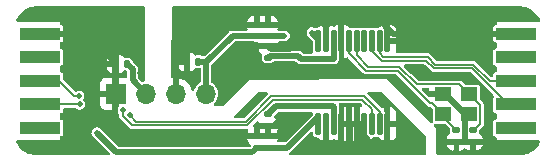
<source format=gbr>
%TF.GenerationSoftware,KiCad,Pcbnew,7.0.9*%
%TF.CreationDate,2024-06-23T02:13:20+02:00*%
%TF.ProjectId,board,626f6172-642e-46b6-9963-61645f706362,rev?*%
%TF.SameCoordinates,Original*%
%TF.FileFunction,Copper,L1,Top*%
%TF.FilePolarity,Positive*%
%FSLAX46Y46*%
G04 Gerber Fmt 4.6, Leading zero omitted, Abs format (unit mm)*
G04 Created by KiCad (PCBNEW 7.0.9) date 2024-06-23 02:13:20*
%MOMM*%
%LPD*%
G01*
G04 APERTURE LIST*
G04 Aperture macros list*
%AMRoundRect*
0 Rectangle with rounded corners*
0 $1 Rounding radius*
0 $2 $3 $4 $5 $6 $7 $8 $9 X,Y pos of 4 corners*
0 Add a 4 corners polygon primitive as box body*
4,1,4,$2,$3,$4,$5,$6,$7,$8,$9,$2,$3,0*
0 Add four circle primitives for the rounded corners*
1,1,$1+$1,$2,$3*
1,1,$1+$1,$4,$5*
1,1,$1+$1,$6,$7*
1,1,$1+$1,$8,$9*
0 Add four rect primitives between the rounded corners*
20,1,$1+$1,$2,$3,$4,$5,0*
20,1,$1+$1,$4,$5,$6,$7,0*
20,1,$1+$1,$6,$7,$8,$9,0*
20,1,$1+$1,$8,$9,$2,$3,0*%
G04 Aperture macros list end*
%TA.AperFunction,SMDPad,CuDef*%
%ADD10RoundRect,0.125000X0.125000X-0.825000X0.125000X0.825000X-0.125000X0.825000X-0.125000X-0.825000X0*%
%TD*%
%TA.AperFunction,SMDPad,CuDef*%
%ADD11RoundRect,0.140000X-0.170000X0.140000X-0.170000X-0.140000X0.170000X-0.140000X0.170000X0.140000X0*%
%TD*%
%TA.AperFunction,SMDPad,CuDef*%
%ADD12RoundRect,0.140000X0.170000X-0.140000X0.170000X0.140000X-0.170000X0.140000X-0.170000X-0.140000X0*%
%TD*%
%TA.AperFunction,ComponentPad*%
%ADD13R,1.700000X1.700000*%
%TD*%
%TA.AperFunction,ComponentPad*%
%ADD14O,1.700000X1.700000*%
%TD*%
%TA.AperFunction,SMDPad,CuDef*%
%ADD15R,3.500000X1.000000*%
%TD*%
%TA.AperFunction,SMDPad,CuDef*%
%ADD16RoundRect,0.140000X-0.140000X-0.170000X0.140000X-0.170000X0.140000X0.170000X-0.140000X0.170000X0*%
%TD*%
%TA.AperFunction,SMDPad,CuDef*%
%ADD17R,1.400000X1.200000*%
%TD*%
%TA.AperFunction,ViaPad*%
%ADD18C,0.500000*%
%TD*%
%TA.AperFunction,Conductor*%
%ADD19C,0.200000*%
%TD*%
%TA.AperFunction,Conductor*%
%ADD20C,0.500000*%
%TD*%
G04 APERTURE END LIST*
D10*
%TO.P,U1,1,VBUS1*%
%TO.N,/dcdc/5Vin*%
X165900000Y-100150000D03*
%TO.P,U1,2,GND1*%
%TO.N,/dcdc/GND1*%
X166550000Y-100150000D03*
%TO.P,U1,3,VDD1*%
%TO.N,/iso/VDD1*%
X167200000Y-100150000D03*
%TO.P,U1,4,GND1*%
%TO.N,/dcdc/GND1*%
X167850000Y-100150000D03*
%TO.P,U1,5,GND1*%
X168500000Y-100150000D03*
%TO.P,U1,6,GND1*%
X169150000Y-100150000D03*
%TO.P,U1,7,GND1*%
X169800000Y-100150000D03*
%TO.P,U1,8,UD+*%
%TO.N,/iso/D+*%
X170450000Y-100150000D03*
%TO.P,U1,9,UD-*%
%TO.N,/iso/D-*%
X171100000Y-100150000D03*
%TO.P,U1,10,GND1*%
%TO.N,/dcdc/GND1*%
X171750000Y-100150000D03*
%TO.P,U1,11,GND2*%
%TO.N,/dcdc/GND2*%
X171750000Y-93150000D03*
%TO.P,U1,12,DD+*%
%TO.N,/iso/DD+*%
X171100000Y-93150000D03*
%TO.P,U1,13,DD-*%
%TO.N,/iso/DD-*%
X170450000Y-93150000D03*
%TO.P,U1,14,PGOOD*%
%TO.N,/iso/PGOOD*%
X169800000Y-93150000D03*
%TO.P,U1,15,XO2*%
%TO.N,Net-(U1-XO2)*%
X169150000Y-93150000D03*
%TO.P,U1,16,XI2*%
%TO.N,Net-(U1-XI2)*%
X168500000Y-93150000D03*
%TO.P,U1,17,GND2*%
%TO.N,/dcdc/GND2*%
X167850000Y-93150000D03*
%TO.P,U1,18,VDD2*%
%TO.N,/iso/VDD2*%
X167200000Y-93150000D03*
%TO.P,U1,19,GND2*%
%TO.N,/dcdc/GND2*%
X166550000Y-93150000D03*
%TO.P,U1,20,VBUS2*%
%TO.N,/dcdc/5Vout*%
X165900000Y-93150000D03*
%TD*%
D11*
%TO.P,C7,1*%
%TO.N,Net-(U1-XI2)*%
X177600000Y-100690000D03*
%TO.P,C7,2*%
%TO.N,/dcdc/GND2*%
X177600000Y-101650000D03*
%TD*%
D12*
%TO.P,C5,1*%
%TO.N,/dcdc/5Vout*%
X161650000Y-92700000D03*
%TO.P,C5,2*%
%TO.N,/dcdc/GND2*%
X161650000Y-91740000D03*
%TD*%
%TO.P,C4,1*%
%TO.N,/iso/VDD2*%
X161650000Y-94530000D03*
%TO.P,C4,2*%
%TO.N,/dcdc/GND2*%
X161650000Y-93570000D03*
%TD*%
D13*
%TO.P,J3,1,Pin_1*%
%TO.N,/dcdc/GND1*%
X148770000Y-97600000D03*
D14*
%TO.P,J3,2,Pin_2*%
%TO.N,/dcdc/5Vin*%
X151310000Y-97600000D03*
%TO.P,J3,3,Pin_3*%
%TO.N,/dcdc/GND2*%
X153850000Y-97600000D03*
%TO.P,J3,4,Pin_4*%
%TO.N,/dcdc/5Vout*%
X156390000Y-97600000D03*
%TD*%
D12*
%TO.P,C6,1*%
%TO.N,/dcdc/5Vout*%
X160700000Y-92700000D03*
%TO.P,C6,2*%
%TO.N,/dcdc/GND2*%
X160700000Y-91740000D03*
%TD*%
%TO.P,C2,1*%
%TO.N,/dcdc/5Vin*%
X160700000Y-102160000D03*
%TO.P,C2,2*%
%TO.N,/dcdc/GND1*%
X160700000Y-101200000D03*
%TD*%
D15*
%TO.P,J1,1,GND*%
%TO.N,/dcdc/GND2*%
X182650000Y-92500000D03*
%TO.P,J1,2,VBUS*%
%TO.N,unconnected-(J1-VBUS-Pad2)*%
X182650000Y-94500000D03*
%TO.P,J1,3,DP*%
%TO.N,/iso/DD+*%
X182650000Y-96500000D03*
%TO.P,J1,4,DM*%
%TO.N,/iso/DD-*%
X182650000Y-98500000D03*
%TO.P,J1,5*%
%TO.N,N/C*%
X182650000Y-100500000D03*
%TD*%
%TO.P,J2,1,GND*%
%TO.N,/dcdc/GND1*%
X142350000Y-92500000D03*
%TO.P,J2,2,VBUS*%
%TO.N,unconnected-(J2-VBUS-Pad2)*%
X142350000Y-94500000D03*
%TO.P,J2,3,DP*%
%TO.N,/iso/D+*%
X142350000Y-96500000D03*
%TO.P,J2,4,DM*%
%TO.N,/iso/D-*%
X142350000Y-98500000D03*
%TO.P,J2,5*%
%TO.N,N/C*%
X142350000Y-100500000D03*
%TD*%
D11*
%TO.P,C3,1*%
%TO.N,/iso/VDD1*%
X161650000Y-99340000D03*
%TO.P,C3,2*%
%TO.N,/dcdc/GND1*%
X161650000Y-100300000D03*
%TD*%
D16*
%TO.P,C10,1*%
%TO.N,/dcdc/GND1*%
X148780000Y-95090000D03*
%TO.P,C10,2*%
%TO.N,/dcdc/5Vin*%
X149740000Y-95090000D03*
%TD*%
D11*
%TO.P,C8,1*%
%TO.N,Net-(U1-XO2)*%
X179000000Y-100690000D03*
%TO.P,C8,2*%
%TO.N,/dcdc/GND2*%
X179000000Y-101650000D03*
%TD*%
D16*
%TO.P,C9,1*%
%TO.N,/dcdc/GND2*%
X154790000Y-94870000D03*
%TO.P,C9,2*%
%TO.N,/dcdc/5Vout*%
X155750000Y-94870000D03*
%TD*%
D17*
%TO.P,Y1,1,1*%
%TO.N,Net-(U1-XO2)*%
X178700000Y-97650000D03*
%TO.P,Y1,2,2*%
%TO.N,/dcdc/GND2*%
X176500000Y-97650000D03*
%TO.P,Y1,3,3*%
%TO.N,Net-(U1-XI2)*%
X176500000Y-99350000D03*
%TO.P,Y1,4,4*%
%TO.N,/dcdc/GND2*%
X178700000Y-99350000D03*
%TD*%
D12*
%TO.P,C1,1*%
%TO.N,/dcdc/5Vin*%
X161650000Y-102160000D03*
%TO.P,C1,2*%
%TO.N,/dcdc/GND1*%
X161650000Y-101200000D03*
%TD*%
D18*
%TO.N,/dcdc/GND2*%
X174470000Y-95320000D03*
%TO.N,/iso/D+*%
X149350000Y-99000000D03*
X145650000Y-97800000D03*
%TO.N,/iso/D-*%
X149936937Y-99413063D03*
X145700000Y-98500000D03*
%TO.N,/dcdc/GND1*%
X171100000Y-97850000D03*
X141300000Y-102000000D03*
X167840000Y-101710000D03*
X164710000Y-102140000D03*
X162300000Y-100200000D03*
X164002999Y-99898000D03*
X161000000Y-97850000D03*
X170100000Y-101500000D03*
X151450000Y-101200000D03*
X157050000Y-101750000D03*
X174380000Y-101460000D03*
X154280000Y-101200000D03*
X147400000Y-102400000D03*
X146900000Y-97600000D03*
X148700000Y-95800000D03*
X168570000Y-101710000D03*
X166530000Y-101480000D03*
X141450000Y-91000000D03*
X145100000Y-92500000D03*
X150800000Y-90600000D03*
X159300000Y-101200000D03*
X145100000Y-95450000D03*
X159650000Y-99050000D03*
X160750000Y-100350000D03*
X169350000Y-101790000D03*
X150800000Y-95800000D03*
X171750000Y-101560000D03*
%TO.N,/dcdc/5Vin*%
X147150000Y-100900000D03*
%TO.N,/dcdc/GND2*%
X178950000Y-102450000D03*
X179000000Y-90850000D03*
X175070000Y-99170000D03*
X177550000Y-102450000D03*
X183150000Y-90850000D03*
X154150000Y-90650000D03*
X176550000Y-92500000D03*
X173010000Y-97070000D03*
X157550000Y-95450000D03*
X169040000Y-95860000D03*
X158250000Y-97350000D03*
X180250000Y-101650000D03*
X154850000Y-95850000D03*
X169830000Y-91450000D03*
X175440000Y-93840000D03*
X176500000Y-100600000D03*
X160400000Y-95900000D03*
X160550000Y-90550000D03*
X179650000Y-94550000D03*
X178600000Y-96400000D03*
X177500000Y-98500000D03*
X166500000Y-95850000D03*
X183350000Y-102050000D03*
X160250000Y-93900000D03*
X180200000Y-97850000D03*
X175520000Y-96140000D03*
%TO.N,/dcdc/5Vout*%
X163030000Y-92700000D03*
X165350000Y-92420000D03*
%TD*%
D19*
%TO.N,/iso/DD-*%
X175664552Y-95457000D02*
X178903000Y-95457000D01*
X181946000Y-98500000D02*
X182650000Y-98500000D01*
X175014552Y-94807000D02*
X175664552Y-95457000D01*
X171284552Y-94807000D02*
X175014552Y-94807000D01*
X170450000Y-93972448D02*
X171284552Y-94807000D01*
X178903000Y-95457000D02*
X181946000Y-98500000D01*
X170450000Y-93750000D02*
X170450000Y-93972448D01*
%TO.N,/iso/DD+*%
X180408448Y-96500000D02*
X182650000Y-96500000D01*
X179038448Y-95130000D02*
X180408448Y-96500000D01*
X175150000Y-94480000D02*
X175800000Y-95130000D01*
X171420000Y-94480000D02*
X175150000Y-94480000D01*
X175800000Y-95130000D02*
X179038448Y-95130000D01*
X171100000Y-94160000D02*
X171420000Y-94480000D01*
X171100000Y-93750000D02*
X171100000Y-94160000D01*
D20*
%TO.N,/dcdc/5Vout*%
X165900000Y-92970000D02*
X165900000Y-93750000D01*
X165350000Y-92420000D02*
X165900000Y-92970000D01*
%TO.N,/dcdc/GND2*%
X172240000Y-92500000D02*
X176550000Y-92500000D01*
X171190000Y-91450000D02*
X172240000Y-92500000D01*
X171750000Y-92010000D02*
X171750000Y-93750000D01*
X171190000Y-91450000D02*
X171750000Y-92010000D01*
X169830000Y-91450000D02*
X171190000Y-91450000D01*
X164920000Y-91460000D02*
X164380000Y-92000000D01*
X166115552Y-91460000D02*
X164920000Y-91460000D01*
X166535552Y-91880000D02*
X166115552Y-91460000D01*
X167850000Y-93750000D02*
X167850000Y-91410000D01*
X167005552Y-91410000D02*
X166535552Y-91880000D01*
X169790000Y-91410000D02*
X167005552Y-91410000D01*
X169830000Y-91450000D02*
X169790000Y-91410000D01*
%TO.N,/dcdc/GND1*%
X171750000Y-99550000D02*
X171750000Y-101560000D01*
X168570000Y-100220000D02*
X168500000Y-100150000D01*
X168570000Y-101710000D02*
X168570000Y-100220000D01*
X167840000Y-100160000D02*
X167850000Y-100150000D01*
X167840000Y-101710000D02*
X167840000Y-100160000D01*
X169150000Y-101590000D02*
X169150000Y-99550000D01*
X169350000Y-101790000D02*
X169150000Y-101590000D01*
X169800000Y-101200000D02*
X169800000Y-99550000D01*
X170100000Y-101500000D02*
X169800000Y-101200000D01*
X166550000Y-101460000D02*
X166550000Y-99550000D01*
X166530000Y-101480000D02*
X166550000Y-101460000D01*
%TO.N,/iso/VDD1*%
X167200000Y-99550000D02*
X167200000Y-98746000D01*
X167127000Y-98673000D02*
X162317000Y-98673000D01*
X162317000Y-98673000D02*
X161650000Y-99340000D01*
X167200000Y-98746000D02*
X167127000Y-98673000D01*
%TO.N,/iso/VDD2*%
X167200000Y-93750000D02*
X167200000Y-94650000D01*
X167200000Y-94650000D02*
X164442000Y-94650000D01*
X164196000Y-94404000D02*
X161776000Y-94404000D01*
X161776000Y-94404000D02*
X161650000Y-94530000D01*
X164442000Y-94650000D02*
X164196000Y-94404000D01*
D19*
%TO.N,Net-(U1-XI2)*%
X172610000Y-95640000D02*
X175390000Y-98420000D01*
X175390000Y-98420000D02*
X175570000Y-98420000D01*
X168500000Y-93750000D02*
X168500000Y-94160580D01*
X169979420Y-95640000D02*
X172610000Y-95640000D01*
X176500000Y-99590000D02*
X177600000Y-100690000D01*
X175570000Y-98420000D02*
X176500000Y-99350000D01*
X168500000Y-94160580D02*
X169979420Y-95640000D01*
X176500000Y-99350000D02*
X176500000Y-99590000D01*
%TO.N,Net-(U1-XO2)*%
X178700000Y-97650000D02*
X179627000Y-98577000D01*
X169150000Y-94348132D02*
X170114868Y-95313000D01*
X172745448Y-95313000D02*
X174222448Y-96790000D01*
X170114868Y-95313000D02*
X172745448Y-95313000D01*
X179627000Y-98577000D02*
X179627000Y-100177000D01*
X179627000Y-100177000D02*
X179114000Y-100690000D01*
X179114000Y-100690000D02*
X179000000Y-100690000D01*
X177840000Y-96790000D02*
X178700000Y-97650000D01*
X169150000Y-93750000D02*
X169150000Y-94348132D01*
X174222448Y-96790000D02*
X177840000Y-96790000D01*
%TO.N,/iso/D+*%
X143950000Y-96500000D02*
X142350000Y-96500000D01*
X169621580Y-98097000D02*
X170450000Y-98925420D01*
X162060102Y-98097000D02*
X169621580Y-98097000D01*
X145250000Y-97800000D02*
X143950000Y-96500000D01*
X170450000Y-98925420D02*
X170450000Y-99550000D01*
X149350000Y-99500000D02*
X150130000Y-100280000D01*
X149350000Y-99000000D02*
X149350000Y-99500000D01*
X159877102Y-100280000D02*
X162060102Y-98097000D01*
X145650000Y-97800000D02*
X145250000Y-97800000D01*
X150130000Y-100280000D02*
X159877102Y-100280000D01*
%TO.N,/iso/D-*%
X161924654Y-97770000D02*
X169757028Y-97770000D01*
X171100000Y-99112972D02*
X171100000Y-99550000D01*
X150476874Y-99953000D02*
X159741654Y-99953000D01*
X169757028Y-97770000D02*
X171100000Y-99112972D01*
X159741654Y-99953000D02*
X161924654Y-97770000D01*
X145700000Y-98500000D02*
X142350000Y-98500000D01*
X149936937Y-99413063D02*
X150476874Y-99953000D01*
D20*
%TO.N,/dcdc/GND1*%
X161650000Y-100300000D02*
X161650000Y-101200000D01*
X148723000Y-94903000D02*
X146320000Y-92500000D01*
X148700000Y-95800000D02*
X148723000Y-95777000D01*
X167850000Y-100360000D02*
X167850000Y-99550000D01*
X160700000Y-101200000D02*
X151450000Y-101200000D01*
X151450000Y-101200000D02*
X150000000Y-101200000D01*
X148723000Y-95777000D02*
X148723000Y-94903000D01*
X160700000Y-101200000D02*
X161650000Y-101200000D01*
X150000000Y-101200000D02*
X148723000Y-99923000D01*
X146320000Y-92500000D02*
X145100000Y-92500000D01*
X168500000Y-99550000D02*
X168500000Y-100480000D01*
X164002999Y-99898000D02*
X162602000Y-99898000D01*
X168500000Y-100480000D02*
X168490000Y-100490000D01*
X162300000Y-100200000D02*
X162200000Y-100300000D01*
X162200000Y-100300000D02*
X161650000Y-100300000D01*
X145100000Y-92500000D02*
X142350000Y-92500000D01*
X162602000Y-99898000D02*
X162300000Y-100200000D01*
X148723000Y-95823000D02*
X148700000Y-95800000D01*
X148723000Y-99923000D02*
X148723000Y-95823000D01*
%TO.N,/dcdc/5Vin*%
X160310000Y-102550000D02*
X160700000Y-102160000D01*
X147150000Y-100900000D02*
X148800000Y-102550000D01*
X160700000Y-102160000D02*
X161650000Y-102160000D01*
X148800000Y-102550000D02*
X160310000Y-102550000D01*
X149740000Y-95090000D02*
X150173000Y-95523000D01*
X163290000Y-102160000D02*
X165900000Y-99550000D01*
X150173000Y-96463000D02*
X151310000Y-97600000D01*
X161650000Y-102160000D02*
X163290000Y-102160000D01*
X150173000Y-95523000D02*
X150173000Y-96463000D01*
%TO.N,/dcdc/GND2*%
X164380000Y-92920000D02*
X164380000Y-92000000D01*
X164120000Y-91740000D02*
X164380000Y-92000000D01*
X176550000Y-92500000D02*
X182650000Y-92500000D01*
X178350000Y-101650000D02*
X179000000Y-101650000D01*
X163523000Y-93777000D02*
X164380000Y-92920000D01*
X157060000Y-91740000D02*
X164120000Y-91740000D01*
X153850000Y-97600000D02*
X153850000Y-94950000D01*
X166550000Y-93750000D02*
X166550000Y-91865552D01*
X166550000Y-91865552D02*
X166535552Y-91880000D01*
X178346000Y-99350000D02*
X177500000Y-98504000D01*
X178313000Y-99737000D02*
X178700000Y-99350000D01*
X178350000Y-101650000D02*
X178313000Y-101613000D01*
X154790000Y-94870000D02*
X153930000Y-94870000D01*
X176646000Y-97650000D02*
X176500000Y-97650000D01*
X177500000Y-98500000D02*
X177496000Y-98500000D01*
X161650000Y-93570000D02*
X161857000Y-93777000D01*
X178300000Y-101650000D02*
X178350000Y-101650000D01*
X177496000Y-98500000D02*
X176646000Y-97650000D01*
X153930000Y-94870000D02*
X153850000Y-94950000D01*
X178700000Y-99350000D02*
X178346000Y-99350000D01*
X153850000Y-94950000D02*
X157060000Y-91740000D01*
X177500000Y-98504000D02*
X177500000Y-98500000D01*
X178313000Y-101613000D02*
X178313000Y-99737000D01*
X161857000Y-93777000D02*
X163523000Y-93777000D01*
X177600000Y-101650000D02*
X178300000Y-101650000D01*
%TO.N,/dcdc/5Vout*%
X156310000Y-94870000D02*
X156390000Y-94950000D01*
X160700000Y-92700000D02*
X158640000Y-92700000D01*
X161650000Y-92700000D02*
X160700000Y-92700000D01*
X155750000Y-94870000D02*
X156310000Y-94870000D01*
X163030000Y-92700000D02*
X161650000Y-92700000D01*
X156390000Y-94950000D02*
X156390000Y-97600000D01*
X158640000Y-92700000D02*
X156390000Y-94950000D01*
%TD*%
%TA.AperFunction,Conductor*%
%TO.N,/dcdc/GND1*%
G36*
X151193039Y-90220185D02*
G01*
X151238794Y-90272989D01*
X151250000Y-90324500D01*
X151250000Y-96437939D01*
X151230315Y-96504978D01*
X151177511Y-96550733D01*
X151138156Y-96561342D01*
X151104069Y-96564699D01*
X151104064Y-96564700D01*
X151027672Y-96587873D01*
X150957805Y-96588496D01*
X150903997Y-96556893D01*
X150659819Y-96312715D01*
X150626334Y-96251392D01*
X150623500Y-96225034D01*
X150623500Y-95551782D01*
X150623889Y-95544843D01*
X150628270Y-95505965D01*
X150617211Y-95447520D01*
X150608348Y-95388713D01*
X150608347Y-95388711D01*
X150605836Y-95380571D01*
X150603024Y-95372533D01*
X150603023Y-95372528D01*
X150575226Y-95319936D01*
X150549425Y-95266358D01*
X150549422Y-95266355D01*
X150549421Y-95266352D01*
X150544642Y-95259342D01*
X150539568Y-95252469D01*
X150539565Y-95252462D01*
X150497516Y-95210413D01*
X150457055Y-95166806D01*
X150449792Y-95161014D01*
X150450312Y-95160361D01*
X150438067Y-95150964D01*
X150256818Y-94969715D01*
X150223333Y-94908392D01*
X150220499Y-94882034D01*
X150220499Y-94880105D01*
X150220499Y-94880100D01*
X150213972Y-94830513D01*
X150163224Y-94721684D01*
X150078316Y-94636776D01*
X149969487Y-94586028D01*
X149969485Y-94586027D01*
X149969486Y-94586027D01*
X149919902Y-94579500D01*
X149560102Y-94579500D01*
X149551746Y-94580600D01*
X149550459Y-94580769D01*
X149481425Y-94570001D01*
X149435964Y-94529648D01*
X149434499Y-94530785D01*
X149429714Y-94524616D01*
X149315383Y-94410285D01*
X149315374Y-94410278D01*
X149176193Y-94327967D01*
X149176190Y-94327965D01*
X149030001Y-94285493D01*
X149030000Y-94285494D01*
X149030000Y-95894503D01*
X149176195Y-95852031D01*
X149315374Y-95769721D01*
X149315383Y-95769714D01*
X149429714Y-95655383D01*
X149434499Y-95649215D01*
X149436459Y-95650735D01*
X149478583Y-95611382D01*
X149547321Y-95598858D01*
X149550443Y-95599228D01*
X149560099Y-95600500D01*
X149562015Y-95600499D01*
X149562564Y-95600661D01*
X149564150Y-95600765D01*
X149564126Y-95601119D01*
X149629055Y-95620172D01*
X149649714Y-95636818D01*
X149686181Y-95673285D01*
X149719666Y-95734608D01*
X149722500Y-95760966D01*
X149722500Y-96126000D01*
X149702815Y-96193039D01*
X149650011Y-96238794D01*
X149598500Y-96250000D01*
X149020000Y-96250000D01*
X149020000Y-97164498D01*
X148912315Y-97115320D01*
X148805763Y-97100000D01*
X148734237Y-97100000D01*
X148627685Y-97115320D01*
X148520000Y-97164498D01*
X148520000Y-96250000D01*
X147872155Y-96250000D01*
X147812627Y-96256401D01*
X147812620Y-96256403D01*
X147677913Y-96306645D01*
X147677906Y-96306649D01*
X147562812Y-96392809D01*
X147562809Y-96392812D01*
X147476649Y-96507906D01*
X147476645Y-96507913D01*
X147426403Y-96642620D01*
X147426401Y-96642627D01*
X147420000Y-96702155D01*
X147420000Y-97350000D01*
X148336314Y-97350000D01*
X148310507Y-97390156D01*
X148270000Y-97528111D01*
X148270000Y-97671889D01*
X148310507Y-97809844D01*
X148336314Y-97850000D01*
X147420000Y-97850000D01*
X147420000Y-98497844D01*
X147426401Y-98557372D01*
X147426403Y-98557379D01*
X147476645Y-98692086D01*
X147476649Y-98692093D01*
X147562809Y-98807187D01*
X147562812Y-98807190D01*
X147677906Y-98893350D01*
X147677913Y-98893354D01*
X147812620Y-98943596D01*
X147812627Y-98943598D01*
X147872155Y-98949999D01*
X147872172Y-98950000D01*
X148520000Y-98950000D01*
X148520000Y-98035501D01*
X148627685Y-98084680D01*
X148734237Y-98100000D01*
X148805763Y-98100000D01*
X148912315Y-98084680D01*
X149020000Y-98035501D01*
X149020000Y-98646658D01*
X149000315Y-98713697D01*
X148989714Y-98727859D01*
X148967119Y-98753935D01*
X148967116Y-98753939D01*
X148913302Y-98871774D01*
X148894867Y-99000000D01*
X148913302Y-99128225D01*
X148946309Y-99200499D01*
X148967118Y-99246063D01*
X149019214Y-99306186D01*
X149048238Y-99369738D01*
X149049500Y-99387386D01*
X149049500Y-99437158D01*
X149048905Y-99445732D01*
X149047227Y-99457763D01*
X149049434Y-99505509D01*
X149049500Y-99508372D01*
X149049500Y-99527845D01*
X149049993Y-99530482D01*
X149050982Y-99539015D01*
X149052415Y-99569991D01*
X149052416Y-99569997D01*
X149055214Y-99576334D01*
X149063664Y-99603620D01*
X149064937Y-99610429D01*
X149064937Y-99610430D01*
X149064939Y-99610433D01*
X149076841Y-99629657D01*
X149081260Y-99636793D01*
X149085263Y-99644386D01*
X149097794Y-99672765D01*
X149097795Y-99672766D01*
X149097796Y-99672768D01*
X149102689Y-99677661D01*
X149120435Y-99700065D01*
X149124077Y-99705948D01*
X149124080Y-99705951D01*
X149148826Y-99724639D01*
X149155311Y-99730282D01*
X149873081Y-100448053D01*
X149878723Y-100454537D01*
X149886039Y-100464224D01*
X149886040Y-100464225D01*
X149886042Y-100464228D01*
X149900502Y-100477410D01*
X149921364Y-100496429D01*
X149923412Y-100498384D01*
X149937203Y-100512175D01*
X149938663Y-100513175D01*
X149939419Y-100513693D01*
X149946155Y-100519029D01*
X149953415Y-100525647D01*
X149969063Y-100539913D01*
X149969064Y-100539914D01*
X149969067Y-100539916D01*
X149969070Y-100539917D01*
X149975521Y-100542416D01*
X150000806Y-100555743D01*
X150001231Y-100556034D01*
X150006520Y-100559657D01*
X150036703Y-100566756D01*
X150044911Y-100569298D01*
X150073825Y-100580500D01*
X150073827Y-100580500D01*
X150080752Y-100580500D01*
X150109140Y-100583793D01*
X150115881Y-100585379D01*
X150146594Y-100581094D01*
X150155167Y-100580500D01*
X159814261Y-100580500D01*
X159822835Y-100581095D01*
X159834861Y-100582772D01*
X159834863Y-100582771D01*
X159834867Y-100582773D01*
X159845947Y-100582260D01*
X159913821Y-100598827D01*
X159961967Y-100649461D01*
X159975094Y-100718087D01*
X159958405Y-100769248D01*
X159937968Y-100803805D01*
X159895496Y-100950000D01*
X160450000Y-100950000D01*
X160450000Y-100550000D01*
X160950000Y-100550000D01*
X160950000Y-100950000D01*
X161400000Y-100950000D01*
X161400000Y-100550000D01*
X161900000Y-100550000D01*
X161900000Y-100950000D01*
X162454504Y-100950000D01*
X162412031Y-100803803D01*
X162410060Y-100799248D01*
X162401500Y-100729904D01*
X162410060Y-100700752D01*
X162412031Y-100696196D01*
X162454504Y-100550000D01*
X161900000Y-100550000D01*
X161400000Y-100550000D01*
X160950000Y-100550000D01*
X160450000Y-100550000D01*
X160450000Y-100421210D01*
X160441410Y-100413270D01*
X160402864Y-100405172D01*
X160353108Y-100356119D01*
X160337770Y-100287954D01*
X160361720Y-100222317D01*
X160373826Y-100208245D01*
X160632347Y-99949724D01*
X160693668Y-99916241D01*
X160763360Y-99921225D01*
X160819293Y-99963097D01*
X160843710Y-100028561D01*
X160841938Y-100045263D01*
X160845495Y-100050000D01*
X162454504Y-100050000D01*
X162412031Y-99903804D01*
X162329721Y-99764625D01*
X162329714Y-99764616D01*
X162215381Y-99650283D01*
X162209217Y-99645502D01*
X162210733Y-99643547D01*
X162171363Y-99601378D01*
X162158862Y-99532635D01*
X162159226Y-99529576D01*
X162160500Y-99519901D01*
X162160499Y-99517982D01*
X162160661Y-99517433D01*
X162160765Y-99515850D01*
X162161118Y-99515873D01*
X162180172Y-99450943D01*
X162196809Y-99430293D01*
X162467286Y-99159816D01*
X162528608Y-99126334D01*
X162554966Y-99123500D01*
X165329612Y-99123500D01*
X165396651Y-99143185D01*
X165442406Y-99195989D01*
X165452551Y-99263685D01*
X165449500Y-99286860D01*
X165449500Y-99312034D01*
X165429815Y-99379073D01*
X165413181Y-99399715D01*
X163139716Y-101673181D01*
X163078393Y-101706666D01*
X163052035Y-101709500D01*
X162544266Y-101709500D01*
X162477227Y-101689815D01*
X162431472Y-101637011D01*
X162421528Y-101567853D01*
X162425189Y-101550906D01*
X162454504Y-101450000D01*
X159895496Y-101450000D01*
X159937968Y-101596195D01*
X160020278Y-101735374D01*
X160020285Y-101735383D01*
X160134616Y-101849714D01*
X160140785Y-101854499D01*
X160139265Y-101856457D01*
X160178625Y-101898599D01*
X160191139Y-101967339D01*
X160190769Y-101970461D01*
X160189499Y-101980108D01*
X160189269Y-101983617D01*
X160165238Y-102049224D01*
X160109553Y-102091424D01*
X160065535Y-102099500D01*
X149037965Y-102099500D01*
X148970926Y-102079815D01*
X148950284Y-102063181D01*
X148242051Y-101354948D01*
X147481493Y-100594390D01*
X147478490Y-100591164D01*
X147448050Y-100556034D01*
X147448049Y-100556033D01*
X147426861Y-100542416D01*
X147407483Y-100529962D01*
X147404187Y-100527690D01*
X147362882Y-100497206D01*
X147362692Y-100497140D01*
X147347187Y-100489575D01*
X147347139Y-100489682D01*
X147339071Y-100485997D01*
X147339069Y-100485996D01*
X147326858Y-100482410D01*
X147289458Y-100471428D01*
X147286449Y-100470461D01*
X147234699Y-100452353D01*
X147225570Y-100450626D01*
X147225612Y-100450401D01*
X147223645Y-100450081D01*
X147223548Y-100450762D01*
X147214773Y-100449500D01*
X147214772Y-100449500D01*
X147214770Y-100449500D01*
X147158426Y-100449500D01*
X147098990Y-100447275D01*
X147097905Y-100447397D01*
X147093351Y-100448332D01*
X147085229Y-100449499D01*
X147028231Y-100466235D01*
X146967812Y-100482424D01*
X146966956Y-100482797D01*
X146961572Y-100485702D01*
X146960936Y-100485992D01*
X146908345Y-100519790D01*
X146852826Y-100554675D01*
X146852824Y-100554677D01*
X146841581Y-100567742D01*
X146809070Y-100605519D01*
X146767118Y-100653937D01*
X146765394Y-100655927D01*
X146764798Y-100656725D01*
X146764241Y-100657612D01*
X146738616Y-100716346D01*
X146713301Y-100771777D01*
X146712076Y-100775948D01*
X146710178Y-100781171D01*
X146709935Y-100782080D01*
X146703105Y-100842702D01*
X146694867Y-100900000D01*
X146694867Y-100912331D01*
X146694678Y-100915681D01*
X146694729Y-100917030D01*
X146705501Y-100973965D01*
X146713303Y-101028229D01*
X146715800Y-101036731D01*
X146715422Y-101036841D01*
X146717551Y-101043541D01*
X146719976Y-101050472D01*
X146744787Y-101097415D01*
X146746369Y-101100630D01*
X146767116Y-101146061D01*
X146769115Y-101149171D01*
X146782408Y-101168597D01*
X146783432Y-101170535D01*
X146783436Y-101170540D01*
X146818498Y-101205602D01*
X146821515Y-101208842D01*
X146851951Y-101243967D01*
X146854480Y-101245592D01*
X146875125Y-101262229D01*
X148200715Y-102587819D01*
X148234200Y-102649142D01*
X148229216Y-102718834D01*
X148187344Y-102774767D01*
X148121880Y-102799184D01*
X148113034Y-102799500D01*
X142002038Y-102799500D01*
X141997982Y-102799367D01*
X141769170Y-102784370D01*
X141761121Y-102783310D01*
X141538246Y-102738977D01*
X141530404Y-102736876D01*
X141391329Y-102689666D01*
X141315207Y-102663826D01*
X141307718Y-102660724D01*
X141103897Y-102560211D01*
X141096867Y-102556152D01*
X140907916Y-102429899D01*
X140901480Y-102424961D01*
X140730617Y-102275119D01*
X140724878Y-102269380D01*
X140575036Y-102098516D01*
X140570104Y-102092088D01*
X140443847Y-101903132D01*
X140439790Y-101896107D01*
X140339271Y-101692274D01*
X140336174Y-101684794D01*
X140329065Y-101663855D01*
X140326158Y-101594048D01*
X140361453Y-101533748D01*
X140423745Y-101502103D01*
X140446486Y-101500000D01*
X144000000Y-101500000D01*
X144000000Y-101324500D01*
X144019685Y-101257461D01*
X144072489Y-101211706D01*
X144113846Y-101202708D01*
X144113688Y-101201097D01*
X144119742Y-101200500D01*
X144119748Y-101200500D01*
X144134568Y-101197552D01*
X144178229Y-101188868D01*
X144178229Y-101188867D01*
X144178231Y-101188867D01*
X144244552Y-101144552D01*
X144288867Y-101078231D01*
X144288867Y-101078229D01*
X144288868Y-101078229D01*
X144300499Y-101019752D01*
X144300500Y-101019750D01*
X144300500Y-99980249D01*
X144300499Y-99980247D01*
X144288868Y-99921770D01*
X144288867Y-99921769D01*
X144244552Y-99855447D01*
X144178230Y-99811132D01*
X144178229Y-99811131D01*
X144119752Y-99799500D01*
X144113688Y-99798903D01*
X144113920Y-99796540D01*
X144056961Y-99779815D01*
X144011206Y-99727011D01*
X144000000Y-99675500D01*
X144000000Y-99324500D01*
X144019685Y-99257461D01*
X144072489Y-99211706D01*
X144113846Y-99202708D01*
X144113688Y-99201097D01*
X144119742Y-99200500D01*
X144119748Y-99200500D01*
X144134568Y-99197552D01*
X144178229Y-99188868D01*
X144178229Y-99188867D01*
X144178231Y-99188867D01*
X144244552Y-99144552D01*
X144288867Y-99078231D01*
X144288867Y-99078229D01*
X144288868Y-99078229D01*
X144300499Y-99019752D01*
X144300500Y-99019750D01*
X144300500Y-98924500D01*
X144320185Y-98857461D01*
X144372989Y-98811706D01*
X144424500Y-98800500D01*
X145307657Y-98800500D01*
X145374696Y-98820185D01*
X145401369Y-98843296D01*
X145401949Y-98843965D01*
X145401951Y-98843967D01*
X145510931Y-98914004D01*
X145635225Y-98950499D01*
X145635227Y-98950500D01*
X145635228Y-98950500D01*
X145764773Y-98950500D01*
X145764773Y-98950499D01*
X145889069Y-98914004D01*
X145998049Y-98843967D01*
X146082882Y-98746063D01*
X146136697Y-98628226D01*
X146155133Y-98500000D01*
X146136697Y-98371774D01*
X146082882Y-98253937D01*
X146082880Y-98253935D01*
X146082879Y-98253932D01*
X146038182Y-98202348D01*
X146009158Y-98138792D01*
X146019102Y-98069634D01*
X146029062Y-98054150D01*
X146028087Y-98053524D01*
X146032877Y-98046068D01*
X146032882Y-98046063D01*
X146086697Y-97928226D01*
X146105133Y-97800000D01*
X146086697Y-97671774D01*
X146032882Y-97553937D01*
X145948049Y-97456033D01*
X145839069Y-97385996D01*
X145839065Y-97385994D01*
X145839064Y-97385994D01*
X145714774Y-97349500D01*
X145714772Y-97349500D01*
X145585228Y-97349500D01*
X145585226Y-97349500D01*
X145460933Y-97385994D01*
X145460932Y-97385995D01*
X145423260Y-97410205D01*
X145356220Y-97429889D01*
X145289181Y-97410203D01*
X145268541Y-97393570D01*
X144336819Y-96461848D01*
X144303334Y-96400525D01*
X144300500Y-96374167D01*
X144300500Y-95980249D01*
X144300499Y-95980247D01*
X144288868Y-95921770D01*
X144288867Y-95921769D01*
X144244552Y-95855447D01*
X144178230Y-95811132D01*
X144178229Y-95811131D01*
X144119752Y-95799500D01*
X144113688Y-95798903D01*
X144113920Y-95796540D01*
X144056961Y-95779815D01*
X144011206Y-95727011D01*
X144000000Y-95675500D01*
X144000000Y-95340000D01*
X148001210Y-95340000D01*
X148002854Y-95360910D01*
X148047968Y-95516195D01*
X148130278Y-95655374D01*
X148130285Y-95655383D01*
X148244616Y-95769714D01*
X148244625Y-95769721D01*
X148383804Y-95852031D01*
X148530000Y-95894504D01*
X148530000Y-95340000D01*
X148001210Y-95340000D01*
X144000000Y-95340000D01*
X144000000Y-95324500D01*
X144019685Y-95257461D01*
X144072489Y-95211706D01*
X144113846Y-95202708D01*
X144113688Y-95201097D01*
X144119742Y-95200500D01*
X144119748Y-95200500D01*
X144134568Y-95197552D01*
X144178229Y-95188868D01*
X144178229Y-95188867D01*
X144178231Y-95188867D01*
X144244552Y-95144552D01*
X144288867Y-95078231D01*
X144288867Y-95078229D01*
X144288868Y-95078229D01*
X144297693Y-95033862D01*
X144300500Y-95019748D01*
X144300500Y-94839999D01*
X148001209Y-94839999D01*
X148001210Y-94840000D01*
X148530000Y-94840000D01*
X148530000Y-94285494D01*
X148529998Y-94285493D01*
X148383809Y-94327965D01*
X148383806Y-94327967D01*
X148244625Y-94410278D01*
X148244616Y-94410285D01*
X148130285Y-94524616D01*
X148130278Y-94524625D01*
X148047968Y-94663804D01*
X148047966Y-94663809D01*
X148002855Y-94819081D01*
X148002854Y-94819087D01*
X148001209Y-94839999D01*
X144300500Y-94839999D01*
X144300500Y-93980252D01*
X144300500Y-93980249D01*
X144300499Y-93980247D01*
X144288868Y-93921770D01*
X144288867Y-93921769D01*
X144244552Y-93855447D01*
X144178230Y-93811132D01*
X144178229Y-93811131D01*
X144119752Y-93799500D01*
X144113688Y-93798903D01*
X144113920Y-93796540D01*
X144056961Y-93779815D01*
X144011206Y-93727011D01*
X144000000Y-93675500D01*
X144000000Y-93324000D01*
X144019685Y-93256961D01*
X144072489Y-93211206D01*
X144113796Y-93202219D01*
X144113637Y-93200597D01*
X144119702Y-93199999D01*
X144178033Y-93188397D01*
X144178034Y-93188396D01*
X144244191Y-93144191D01*
X144288396Y-93078034D01*
X144288397Y-93078033D01*
X144299999Y-93019702D01*
X144300000Y-93019699D01*
X144300000Y-91980301D01*
X144299999Y-91980297D01*
X144288397Y-91921966D01*
X144288396Y-91921965D01*
X144244191Y-91855808D01*
X144178034Y-91811603D01*
X144178033Y-91811602D01*
X144119702Y-91800000D01*
X144113637Y-91799403D01*
X144113871Y-91797025D01*
X144056961Y-91780315D01*
X144011206Y-91727511D01*
X144000000Y-91676000D01*
X144000000Y-91500000D01*
X140446486Y-91500000D01*
X140379447Y-91480315D01*
X140333692Y-91427511D01*
X140323748Y-91358353D01*
X140329062Y-91336153D01*
X140336178Y-91315191D01*
X140339271Y-91307725D01*
X140439793Y-91103885D01*
X140443847Y-91096867D01*
X140444937Y-91095236D01*
X140570109Y-90907903D01*
X140575030Y-90901490D01*
X140724887Y-90730609D01*
X140730609Y-90724887D01*
X140901490Y-90575030D01*
X140907903Y-90570109D01*
X141096872Y-90443844D01*
X141103885Y-90439793D01*
X141307730Y-90339269D01*
X141315194Y-90336177D01*
X141530407Y-90263122D01*
X141538243Y-90261022D01*
X141761136Y-90216686D01*
X141769165Y-90215629D01*
X141843393Y-90210764D01*
X141997982Y-90200633D01*
X142002038Y-90200500D01*
X142039882Y-90200500D01*
X151126000Y-90200500D01*
X151193039Y-90220185D01*
G37*
%TD.AperFunction*%
%TA.AperFunction,Conductor*%
G36*
X171315677Y-97469685D02*
G01*
X171336319Y-97486319D01*
X174963681Y-101113681D01*
X174997166Y-101175004D01*
X175000000Y-101201362D01*
X175000000Y-102675500D01*
X174980315Y-102742539D01*
X174927511Y-102788294D01*
X174876000Y-102799500D01*
X163544112Y-102799500D01*
X163477073Y-102779815D01*
X163431318Y-102727011D01*
X163421374Y-102657853D01*
X163450399Y-102594297D01*
X163486168Y-102565871D01*
X163493072Y-102562222D01*
X163546642Y-102536425D01*
X163546644Y-102536422D01*
X163553695Y-102531616D01*
X163560538Y-102526566D01*
X163602600Y-102484503D01*
X163646194Y-102444055D01*
X163646196Y-102444050D01*
X163651987Y-102436790D01*
X163652643Y-102437313D01*
X163662032Y-102425070D01*
X165237821Y-100849281D01*
X165299142Y-100815798D01*
X165368834Y-100820782D01*
X165424767Y-100862654D01*
X165449184Y-100928118D01*
X165449500Y-100936962D01*
X165449500Y-101013132D01*
X165449501Y-101013138D01*
X165455741Y-101060545D01*
X165455742Y-101060547D01*
X165455742Y-101060548D01*
X165463988Y-101078231D01*
X165504253Y-101164579D01*
X165585421Y-101245747D01*
X165689455Y-101294259D01*
X165736861Y-101300500D01*
X165820654Y-101300499D01*
X165887691Y-101320183D01*
X165921728Y-101355505D01*
X165922448Y-101354948D01*
X165927232Y-101361116D01*
X166038883Y-101472767D01*
X166038891Y-101472773D01*
X166174808Y-101553154D01*
X166174814Y-101553156D01*
X166299999Y-101589525D01*
X166300000Y-101589525D01*
X166300000Y-101182948D01*
X166311618Y-101130543D01*
X166319481Y-101113681D01*
X166344259Y-101060545D01*
X166350500Y-101013139D01*
X166350499Y-100023998D01*
X166370183Y-99956961D01*
X166422987Y-99911206D01*
X166474499Y-99900000D01*
X166625500Y-99900000D01*
X166692539Y-99919685D01*
X166738294Y-99972489D01*
X166749500Y-100024000D01*
X166749500Y-101013132D01*
X166749501Y-101013138D01*
X166755741Y-101060545D01*
X166755742Y-101060547D01*
X166755742Y-101060548D01*
X166788382Y-101130543D01*
X166800000Y-101182948D01*
X166800000Y-101589525D01*
X166925185Y-101553156D01*
X166925191Y-101553154D01*
X167061108Y-101472773D01*
X167061116Y-101472767D01*
X167112319Y-101421565D01*
X167173642Y-101388080D01*
X167243334Y-101393064D01*
X167287681Y-101421565D01*
X167338883Y-101472767D01*
X167338891Y-101472773D01*
X167474808Y-101553154D01*
X167474814Y-101553156D01*
X167599999Y-101589525D01*
X167600000Y-101589525D01*
X167600000Y-101182948D01*
X167611618Y-101130543D01*
X167619481Y-101113681D01*
X167644259Y-101060545D01*
X167650500Y-101013139D01*
X167650499Y-100400000D01*
X168100000Y-100400000D01*
X168100000Y-101589525D01*
X168140404Y-101577787D01*
X168209596Y-101577787D01*
X168250000Y-101589525D01*
X168250000Y-100400000D01*
X168750000Y-100400000D01*
X168750000Y-101589525D01*
X168790404Y-101577787D01*
X168859596Y-101577787D01*
X168900000Y-101589525D01*
X168900000Y-100400000D01*
X169400000Y-100400000D01*
X169400000Y-101589525D01*
X169440404Y-101577787D01*
X169509596Y-101577787D01*
X169550000Y-101589525D01*
X169550000Y-100400000D01*
X169400000Y-100400000D01*
X168900000Y-100400000D01*
X168750000Y-100400000D01*
X168250000Y-100400000D01*
X168100000Y-100400000D01*
X167650499Y-100400000D01*
X167650499Y-99900000D01*
X168100000Y-99900000D01*
X168250000Y-99900000D01*
X168750000Y-99900000D01*
X168900000Y-99900000D01*
X168900000Y-98710472D01*
X168899999Y-98710472D01*
X168859595Y-98722211D01*
X168790405Y-98722211D01*
X168750000Y-98710472D01*
X168750000Y-99900000D01*
X168250000Y-99900000D01*
X168250000Y-98710472D01*
X168249999Y-98710472D01*
X168209595Y-98722211D01*
X168140405Y-98722211D01*
X168100000Y-98710472D01*
X168100000Y-99900000D01*
X167650499Y-99900000D01*
X167650499Y-99632343D01*
X167650500Y-99632335D01*
X167650500Y-98774781D01*
X167650889Y-98767844D01*
X167655270Y-98728965D01*
X167644210Y-98670511D01*
X167635348Y-98611713D01*
X167635347Y-98611711D01*
X167635347Y-98611709D01*
X167632831Y-98603552D01*
X167630023Y-98595527D01*
X167621522Y-98579441D01*
X167607600Y-98510973D01*
X167632905Y-98445846D01*
X167689403Y-98404740D01*
X167731152Y-98397500D01*
X169445747Y-98397500D01*
X169512786Y-98417185D01*
X169533428Y-98433819D01*
X169603271Y-98503662D01*
X169636756Y-98564985D01*
X169631772Y-98634677D01*
X169589900Y-98690610D01*
X169550184Y-98710420D01*
X169509595Y-98722212D01*
X169440406Y-98722211D01*
X169400000Y-98710472D01*
X169400000Y-99900000D01*
X169875500Y-99900000D01*
X169942539Y-99919685D01*
X169988294Y-99972489D01*
X169999500Y-100024000D01*
X169999500Y-101013132D01*
X169999501Y-101013138D01*
X170005741Y-101060545D01*
X170005742Y-101060547D01*
X170005742Y-101060548D01*
X170038382Y-101130543D01*
X170050000Y-101182948D01*
X170050000Y-101589525D01*
X170175185Y-101553156D01*
X170175191Y-101553154D01*
X170311108Y-101472773D01*
X170311116Y-101472767D01*
X170422765Y-101361118D01*
X170427549Y-101354951D01*
X170428612Y-101355776D01*
X170473686Y-101313693D01*
X170529344Y-101300499D01*
X170613138Y-101300499D01*
X170660545Y-101294259D01*
X170722597Y-101265323D01*
X170791672Y-101254832D01*
X170827401Y-101265323D01*
X170889455Y-101294259D01*
X170936861Y-101300500D01*
X171020654Y-101300499D01*
X171087691Y-101320183D01*
X171121728Y-101355505D01*
X171122448Y-101354948D01*
X171127232Y-101361116D01*
X171238883Y-101472767D01*
X171238891Y-101472773D01*
X171374808Y-101553154D01*
X171374814Y-101553156D01*
X171499999Y-101589525D01*
X171500000Y-101589525D01*
X171500000Y-101182948D01*
X171511618Y-101130543D01*
X171519481Y-101113681D01*
X171544259Y-101060545D01*
X171550500Y-101013139D01*
X171550500Y-100400000D01*
X172000000Y-100400000D01*
X172000000Y-101589525D01*
X172125185Y-101553156D01*
X172125191Y-101553154D01*
X172261108Y-101472773D01*
X172261116Y-101472767D01*
X172372767Y-101361116D01*
X172372773Y-101361108D01*
X172453155Y-101225188D01*
X172453156Y-101225185D01*
X172497210Y-101073553D01*
X172497211Y-101073547D01*
X172500000Y-101038116D01*
X172500000Y-100400000D01*
X172000000Y-100400000D01*
X171550500Y-100400000D01*
X171550499Y-99286862D01*
X171544259Y-99239455D01*
X171538193Y-99226446D01*
X171511618Y-99169454D01*
X171500000Y-99117050D01*
X171500000Y-98710472D01*
X172000000Y-98710472D01*
X172000000Y-99900000D01*
X172500000Y-99900000D01*
X172500000Y-99261884D01*
X172497211Y-99226452D01*
X172497210Y-99226446D01*
X172453156Y-99074814D01*
X172453155Y-99074811D01*
X172372773Y-98938891D01*
X172372767Y-98938883D01*
X172261116Y-98827232D01*
X172261108Y-98827226D01*
X172125188Y-98746844D01*
X172125187Y-98746843D01*
X172000000Y-98710472D01*
X171500000Y-98710472D01*
X171374812Y-98746843D01*
X171374811Y-98746844D01*
X171321887Y-98778142D01*
X171254163Y-98795322D01*
X171187901Y-98773161D01*
X171171088Y-98759089D01*
X170073680Y-97661681D01*
X170040195Y-97600358D01*
X170045179Y-97530666D01*
X170087051Y-97474733D01*
X170152515Y-97450316D01*
X170161361Y-97450000D01*
X171248638Y-97450000D01*
X171315677Y-97469685D01*
G37*
%TD.AperFunction*%
%TA.AperFunction,Conductor*%
G36*
X161587359Y-97469685D02*
G01*
X161633114Y-97522489D01*
X161643058Y-97591647D01*
X161614033Y-97655203D01*
X161608001Y-97661681D01*
X159653502Y-99616181D01*
X159592179Y-99649666D01*
X159565821Y-99652500D01*
X158896862Y-99652500D01*
X158829823Y-99632815D01*
X158784068Y-99580011D01*
X158774124Y-99510853D01*
X158803149Y-99447297D01*
X158809181Y-99440819D01*
X160763681Y-97486319D01*
X160825004Y-97452834D01*
X160851362Y-97450000D01*
X161520320Y-97450000D01*
X161587359Y-97469685D01*
G37*
%TD.AperFunction*%
%TD*%
%TA.AperFunction,Conductor*%
%TO.N,/dcdc/GND2*%
G36*
X174905758Y-95127185D02*
G01*
X174926400Y-95143819D01*
X175407630Y-95625049D01*
X175413273Y-95631533D01*
X175420593Y-95641226D01*
X175420594Y-95641228D01*
X175445211Y-95663669D01*
X175455927Y-95673439D01*
X175457975Y-95675394D01*
X175471755Y-95689174D01*
X175473965Y-95690688D01*
X175480695Y-95696018D01*
X175490922Y-95705341D01*
X175503617Y-95716915D01*
X175503618Y-95716915D01*
X175503619Y-95716916D01*
X175510073Y-95719416D01*
X175535358Y-95732744D01*
X175539171Y-95735355D01*
X175541071Y-95736657D01*
X175571262Y-95743757D01*
X175579457Y-95746295D01*
X175608379Y-95757500D01*
X175615304Y-95757500D01*
X175643692Y-95760793D01*
X175650433Y-95762379D01*
X175681143Y-95758094D01*
X175689718Y-95757500D01*
X178727167Y-95757500D01*
X178794206Y-95777185D01*
X178814848Y-95793819D01*
X180731966Y-97710937D01*
X180765451Y-97772260D01*
X180760467Y-97841952D01*
X180747388Y-97867508D01*
X180711132Y-97921769D01*
X180711131Y-97921770D01*
X180699500Y-97980247D01*
X180699500Y-99019752D01*
X180711131Y-99078229D01*
X180711132Y-99078230D01*
X180755447Y-99144552D01*
X180821769Y-99188867D01*
X180821770Y-99188868D01*
X180879852Y-99200420D01*
X180880252Y-99200500D01*
X180880257Y-99200500D01*
X180886312Y-99201097D01*
X180886079Y-99203459D01*
X180943039Y-99220185D01*
X180988794Y-99272989D01*
X181000000Y-99324500D01*
X181000000Y-99675500D01*
X180980315Y-99742539D01*
X180927511Y-99788294D01*
X180886153Y-99797291D01*
X180886312Y-99798903D01*
X180880247Y-99799500D01*
X180821770Y-99811131D01*
X180821769Y-99811132D01*
X180755447Y-99855447D01*
X180711132Y-99921769D01*
X180711131Y-99921770D01*
X180699500Y-99980247D01*
X180699500Y-101019752D01*
X180711131Y-101078229D01*
X180711132Y-101078230D01*
X180755447Y-101144552D01*
X180821769Y-101188867D01*
X180821770Y-101188868D01*
X180879852Y-101200420D01*
X180880252Y-101200500D01*
X180880257Y-101200500D01*
X180886312Y-101201097D01*
X180886079Y-101203459D01*
X180943039Y-101220185D01*
X180988794Y-101272989D01*
X181000000Y-101324500D01*
X181000000Y-101500000D01*
X184553514Y-101500000D01*
X184620553Y-101519685D01*
X184666308Y-101572489D01*
X184676252Y-101641647D01*
X184670933Y-101663857D01*
X184670622Y-101664775D01*
X184663827Y-101684790D01*
X184660721Y-101692288D01*
X184560212Y-101896101D01*
X184556152Y-101903132D01*
X184429899Y-102092083D01*
X184424957Y-102098524D01*
X184275121Y-102269380D01*
X184269380Y-102275121D01*
X184098524Y-102424957D01*
X184092083Y-102429899D01*
X183903132Y-102556152D01*
X183896101Y-102560212D01*
X183692287Y-102660722D01*
X183684786Y-102663829D01*
X183469595Y-102736876D01*
X183461753Y-102738977D01*
X183238878Y-102783310D01*
X183230829Y-102784370D01*
X183002018Y-102799367D01*
X182997962Y-102799500D01*
X176024000Y-102799500D01*
X175956961Y-102779815D01*
X175911206Y-102727011D01*
X175900000Y-102675500D01*
X175900000Y-101900000D01*
X176795496Y-101900000D01*
X176837968Y-102046195D01*
X176920278Y-102185374D01*
X176920285Y-102185383D01*
X177034616Y-102299714D01*
X177034625Y-102299721D01*
X177173804Y-102382031D01*
X177329089Y-102427145D01*
X177350000Y-102428789D01*
X177350000Y-101900000D01*
X177850000Y-101900000D01*
X177850000Y-102428789D01*
X177870910Y-102427145D01*
X178026195Y-102382031D01*
X178165374Y-102299721D01*
X178165383Y-102299714D01*
X178212319Y-102252779D01*
X178273642Y-102219294D01*
X178343334Y-102224278D01*
X178387681Y-102252779D01*
X178434616Y-102299714D01*
X178434625Y-102299721D01*
X178573804Y-102382031D01*
X178729089Y-102427145D01*
X178750000Y-102428789D01*
X178750000Y-101900000D01*
X179250000Y-101900000D01*
X179250000Y-102428789D01*
X179270910Y-102427145D01*
X179426195Y-102382031D01*
X179565374Y-102299721D01*
X179565383Y-102299714D01*
X179679714Y-102185383D01*
X179679721Y-102185374D01*
X179762031Y-102046195D01*
X179804504Y-101900000D01*
X179250000Y-101900000D01*
X178750000Y-101900000D01*
X177850000Y-101900000D01*
X177350000Y-101900000D01*
X176795496Y-101900000D01*
X175900000Y-101900000D01*
X175900000Y-100550000D01*
X175712181Y-100362181D01*
X175678696Y-100300858D01*
X175683680Y-100231166D01*
X175725552Y-100175233D01*
X175791016Y-100150816D01*
X175799862Y-100150500D01*
X176584167Y-100150500D01*
X176651206Y-100170185D01*
X176671848Y-100186819D01*
X177053181Y-100568152D01*
X177086666Y-100629475D01*
X177089500Y-100655832D01*
X177089500Y-100869896D01*
X177089501Y-100869900D01*
X177090768Y-100879528D01*
X177090770Y-100879538D01*
X177080001Y-100948573D01*
X177039650Y-100994032D01*
X177040788Y-100995499D01*
X177034621Y-101000282D01*
X176920282Y-101114620D01*
X176920278Y-101114625D01*
X176837968Y-101253804D01*
X176795496Y-101400000D01*
X179804504Y-101400000D01*
X179762031Y-101253804D01*
X179679721Y-101114625D01*
X179679714Y-101114616D01*
X179565381Y-101000283D01*
X179559217Y-100995502D01*
X179560733Y-100993547D01*
X179521363Y-100951378D01*
X179508862Y-100882635D01*
X179509231Y-100879538D01*
X179510500Y-100869901D01*
X179510499Y-100769831D01*
X179530183Y-100702794D01*
X179546813Y-100682156D01*
X179795063Y-100433907D01*
X179801536Y-100428276D01*
X179811224Y-100420959D01*
X179811228Y-100420958D01*
X179843449Y-100385611D01*
X179845357Y-100383613D01*
X179859175Y-100369797D01*
X179860692Y-100367581D01*
X179866017Y-100360856D01*
X179886916Y-100337933D01*
X179889415Y-100331480D01*
X179902750Y-100306183D01*
X179902766Y-100306158D01*
X179906657Y-100300480D01*
X179913757Y-100270285D01*
X179916294Y-100262094D01*
X179927500Y-100233173D01*
X179927500Y-100226247D01*
X179930794Y-100197855D01*
X179932379Y-100191118D01*
X179928094Y-100160405D01*
X179927500Y-100151831D01*
X179927500Y-98639839D01*
X179928095Y-98631263D01*
X179929771Y-98619240D01*
X179929773Y-98619236D01*
X179927566Y-98571489D01*
X179927500Y-98568627D01*
X179927500Y-98549159D01*
X179927499Y-98549153D01*
X179927009Y-98546533D01*
X179926016Y-98537980D01*
X179925467Y-98526100D01*
X179924585Y-98507008D01*
X179921788Y-98500675D01*
X179913332Y-98473368D01*
X179912061Y-98466567D01*
X179895736Y-98440202D01*
X179891735Y-98432612D01*
X179879206Y-98404235D01*
X179874309Y-98399338D01*
X179856563Y-98376934D01*
X179852918Y-98371047D01*
X179828172Y-98352360D01*
X179821694Y-98346723D01*
X179636819Y-98161848D01*
X179603334Y-98100525D01*
X179600500Y-98074167D01*
X179600500Y-97030249D01*
X179600499Y-97030247D01*
X179588868Y-96971770D01*
X179588867Y-96971769D01*
X179544552Y-96905447D01*
X179478230Y-96861132D01*
X179478229Y-96861131D01*
X179419752Y-96849500D01*
X179419748Y-96849500D01*
X178375833Y-96849500D01*
X178308794Y-96829815D01*
X178288152Y-96813181D01*
X178096922Y-96621951D01*
X178091278Y-96615465D01*
X178083956Y-96605770D01*
X178048624Y-96573560D01*
X178046573Y-96571602D01*
X178032797Y-96557826D01*
X178030586Y-96556311D01*
X178023853Y-96550978D01*
X178000933Y-96530084D01*
X177994470Y-96527580D01*
X177969192Y-96514256D01*
X177963481Y-96510344D01*
X177963478Y-96510343D01*
X177963479Y-96510343D01*
X177933302Y-96503244D01*
X177925094Y-96500703D01*
X177896173Y-96489500D01*
X177889249Y-96489500D01*
X177860858Y-96486206D01*
X177854119Y-96484621D01*
X177823409Y-96488905D01*
X177814834Y-96489500D01*
X174398282Y-96489500D01*
X174331243Y-96469815D01*
X174310601Y-96453181D01*
X173757335Y-95899915D01*
X173176599Y-95319180D01*
X173143115Y-95257858D01*
X173148099Y-95188166D01*
X173189971Y-95132233D01*
X173255435Y-95107816D01*
X173264281Y-95107500D01*
X174838719Y-95107500D01*
X174905758Y-95127185D01*
G37*
%TD.AperFunction*%
%TA.AperFunction,Conductor*%
G36*
X178432539Y-100469685D02*
G01*
X178478294Y-100522489D01*
X178489500Y-100574000D01*
X178489500Y-100869896D01*
X178489501Y-100869900D01*
X178490768Y-100879528D01*
X178490770Y-100879538D01*
X178480001Y-100948573D01*
X178439650Y-100994032D01*
X178440788Y-100995499D01*
X178434616Y-101000286D01*
X178387680Y-101047222D01*
X178326357Y-101080706D01*
X178256665Y-101075721D01*
X178212319Y-101047221D01*
X178165381Y-101000283D01*
X178159217Y-100995502D01*
X178160733Y-100993547D01*
X178121363Y-100951378D01*
X178108862Y-100882635D01*
X178109231Y-100879538D01*
X178110500Y-100869901D01*
X178110499Y-100573999D01*
X178130183Y-100506961D01*
X178182987Y-100461206D01*
X178234499Y-100450000D01*
X178365500Y-100450000D01*
X178432539Y-100469685D01*
G37*
%TD.AperFunction*%
%TA.AperFunction,Conductor*%
G36*
X183002018Y-90200633D02*
G01*
X183166543Y-90211415D01*
X183230832Y-90215629D01*
X183238865Y-90216687D01*
X183449438Y-90258572D01*
X183461753Y-90261022D01*
X183469596Y-90263123D01*
X183684800Y-90336175D01*
X183692274Y-90339271D01*
X183896107Y-90439790D01*
X183903132Y-90443847D01*
X184092088Y-90570104D01*
X184098516Y-90575036D01*
X184269380Y-90724878D01*
X184275119Y-90730617D01*
X184424961Y-90901480D01*
X184429899Y-90907916D01*
X184556152Y-91096867D01*
X184560212Y-91103898D01*
X184660721Y-91307711D01*
X184663828Y-91315211D01*
X184670932Y-91336139D01*
X184673843Y-91405948D01*
X184638550Y-91466249D01*
X184576259Y-91497896D01*
X184553514Y-91500000D01*
X181000000Y-91500000D01*
X181000000Y-91676000D01*
X180980315Y-91743039D01*
X180927511Y-91788794D01*
X180886203Y-91797780D01*
X180886363Y-91799403D01*
X180880297Y-91800000D01*
X180821966Y-91811602D01*
X180821965Y-91811603D01*
X180755808Y-91855808D01*
X180711603Y-91921965D01*
X180711602Y-91921966D01*
X180700000Y-91980297D01*
X180700000Y-93019702D01*
X180711602Y-93078033D01*
X180711603Y-93078034D01*
X180755808Y-93144191D01*
X180821965Y-93188396D01*
X180821966Y-93188397D01*
X180880297Y-93199999D01*
X180886363Y-93200597D01*
X180886128Y-93202974D01*
X180943039Y-93219685D01*
X180988794Y-93272489D01*
X181000000Y-93324000D01*
X181000000Y-93675500D01*
X180980315Y-93742539D01*
X180927511Y-93788294D01*
X180886153Y-93797291D01*
X180886312Y-93798903D01*
X180880247Y-93799500D01*
X180821770Y-93811131D01*
X180821769Y-93811132D01*
X180755447Y-93855447D01*
X180711132Y-93921769D01*
X180711131Y-93921770D01*
X180699500Y-93980247D01*
X180699500Y-95019752D01*
X180711131Y-95078229D01*
X180711132Y-95078230D01*
X180755447Y-95144552D01*
X180821769Y-95188867D01*
X180821770Y-95188868D01*
X180879852Y-95200420D01*
X180880252Y-95200500D01*
X180880257Y-95200500D01*
X180886312Y-95201097D01*
X180886079Y-95203459D01*
X180943039Y-95220185D01*
X180988794Y-95272989D01*
X181000000Y-95324500D01*
X181000000Y-95675500D01*
X180980315Y-95742539D01*
X180927511Y-95788294D01*
X180886153Y-95797291D01*
X180886312Y-95798903D01*
X180880247Y-95799500D01*
X180821770Y-95811131D01*
X180821769Y-95811132D01*
X180755447Y-95855447D01*
X180711132Y-95921769D01*
X180711131Y-95921770D01*
X180699500Y-95980247D01*
X180699500Y-96066719D01*
X180679815Y-96133758D01*
X180627011Y-96179513D01*
X180557853Y-96189457D01*
X180494297Y-96160432D01*
X180487819Y-96154400D01*
X179295370Y-94961951D01*
X179289726Y-94955465D01*
X179282404Y-94945770D01*
X179247072Y-94913560D01*
X179245021Y-94911602D01*
X179231245Y-94897826D01*
X179229034Y-94896311D01*
X179222301Y-94890978D01*
X179199381Y-94870084D01*
X179192918Y-94867580D01*
X179167640Y-94854256D01*
X179161929Y-94850344D01*
X179161926Y-94850343D01*
X179161927Y-94850343D01*
X179131750Y-94843244D01*
X179123542Y-94840703D01*
X179094621Y-94829500D01*
X179087697Y-94829500D01*
X179059306Y-94826206D01*
X179052567Y-94824621D01*
X179021857Y-94828905D01*
X179013282Y-94829500D01*
X175975833Y-94829500D01*
X175908794Y-94809815D01*
X175888152Y-94793181D01*
X175406922Y-94311951D01*
X175401278Y-94305465D01*
X175393956Y-94295770D01*
X175358624Y-94263560D01*
X175356573Y-94261602D01*
X175342797Y-94247826D01*
X175340586Y-94246311D01*
X175333853Y-94240978D01*
X175310933Y-94220084D01*
X175304470Y-94217580D01*
X175279192Y-94204256D01*
X175273481Y-94200344D01*
X175273478Y-94200343D01*
X175273479Y-94200343D01*
X175243302Y-94193244D01*
X175235094Y-94190703D01*
X175206173Y-94179500D01*
X175199249Y-94179500D01*
X175170858Y-94176206D01*
X175164119Y-94174621D01*
X175133409Y-94178905D01*
X175124834Y-94179500D01*
X172623015Y-94179500D01*
X172555976Y-94159815D01*
X172510221Y-94107011D01*
X172499397Y-94045768D01*
X172500000Y-94038114D01*
X172500000Y-93400000D01*
X171674500Y-93400000D01*
X171607461Y-93380315D01*
X171561706Y-93327511D01*
X171550500Y-93276000D01*
X171550499Y-92286867D01*
X171550499Y-92286862D01*
X171544259Y-92239455D01*
X171544256Y-92239448D01*
X171511618Y-92169454D01*
X171500000Y-92117050D01*
X171500000Y-91710472D01*
X172000000Y-91710472D01*
X172000000Y-92900000D01*
X172500000Y-92900000D01*
X172500000Y-92261884D01*
X172497211Y-92226452D01*
X172497210Y-92226446D01*
X172453156Y-92074814D01*
X172453155Y-92074811D01*
X172372773Y-91938891D01*
X172372767Y-91938883D01*
X172261116Y-91827232D01*
X172261108Y-91827226D01*
X172125188Y-91746844D01*
X172125187Y-91746843D01*
X172000000Y-91710472D01*
X171500000Y-91710472D01*
X171374812Y-91746843D01*
X171374811Y-91746844D01*
X171238891Y-91827226D01*
X171238887Y-91827229D01*
X171127229Y-91938888D01*
X171122446Y-91945055D01*
X171121381Y-91944229D01*
X171076308Y-91986309D01*
X171020655Y-91999500D01*
X170936867Y-91999500D01*
X170889453Y-92005741D01*
X170827403Y-92034676D01*
X170758325Y-92045167D01*
X170722595Y-92034675D01*
X170660544Y-92005740D01*
X170613140Y-91999500D01*
X170286867Y-91999500D01*
X170239453Y-92005741D01*
X170177403Y-92034676D01*
X170108325Y-92045167D01*
X170072595Y-92034675D01*
X170010544Y-92005740D01*
X169963140Y-91999500D01*
X169636867Y-91999500D01*
X169589453Y-92005741D01*
X169527403Y-92034676D01*
X169458325Y-92045167D01*
X169422595Y-92034675D01*
X169360544Y-92005740D01*
X169313140Y-91999500D01*
X168986867Y-91999500D01*
X168939453Y-92005741D01*
X168877403Y-92034676D01*
X168808325Y-92045167D01*
X168772595Y-92034675D01*
X168710544Y-92005740D01*
X168663140Y-91999500D01*
X168579346Y-91999500D01*
X168512307Y-91979815D01*
X168478271Y-91944493D01*
X168477552Y-91945052D01*
X168472767Y-91938883D01*
X168361116Y-91827232D01*
X168361108Y-91827226D01*
X168225188Y-91746844D01*
X168225187Y-91746843D01*
X168100000Y-91710472D01*
X168100000Y-92117050D01*
X168088382Y-92169454D01*
X168055743Y-92239448D01*
X168055740Y-92239458D01*
X168049500Y-92286860D01*
X168049500Y-94013132D01*
X168049501Y-94013138D01*
X168055741Y-94060545D01*
X168055742Y-94060547D01*
X168055742Y-94060548D01*
X168060163Y-94070029D01*
X168087360Y-94128353D01*
X168088382Y-94130543D01*
X168100000Y-94182948D01*
X168100000Y-94589525D01*
X168225185Y-94553156D01*
X168225190Y-94553154D01*
X168294728Y-94512030D01*
X168362452Y-94494847D01*
X168428714Y-94517007D01*
X168445530Y-94531081D01*
X169722498Y-95808049D01*
X169728141Y-95814533D01*
X169735461Y-95824226D01*
X169735462Y-95824228D01*
X169760079Y-95846669D01*
X169770795Y-95856439D01*
X169772843Y-95858394D01*
X169786623Y-95872174D01*
X169788833Y-95873688D01*
X169795563Y-95879018D01*
X169805790Y-95888341D01*
X169818485Y-95899915D01*
X169818486Y-95899915D01*
X169818487Y-95899916D01*
X169824941Y-95902416D01*
X169850226Y-95915744D01*
X169854039Y-95918355D01*
X169855939Y-95919657D01*
X169886130Y-95926757D01*
X169894325Y-95929295D01*
X169923247Y-95940500D01*
X169930172Y-95940500D01*
X169958560Y-95943793D01*
X169965301Y-95945379D01*
X169996011Y-95941094D01*
X170004586Y-95940500D01*
X172434167Y-95940500D01*
X172501206Y-95960185D01*
X172521848Y-95976819D01*
X175133078Y-98588049D01*
X175138721Y-98594533D01*
X175146041Y-98604226D01*
X175146042Y-98604228D01*
X175154253Y-98611713D01*
X175181375Y-98636439D01*
X175183423Y-98638394D01*
X175197203Y-98652174D01*
X175199413Y-98653688D01*
X175206143Y-98659018D01*
X175229067Y-98679916D01*
X175234868Y-98682163D01*
X175235528Y-98682419D01*
X175260809Y-98695745D01*
X175266520Y-98699657D01*
X175296703Y-98706756D01*
X175304911Y-98709298D01*
X175333825Y-98720500D01*
X175333827Y-98720500D01*
X175340752Y-98720500D01*
X175369140Y-98723793D01*
X175375881Y-98725379D01*
X175380128Y-98724786D01*
X175449243Y-98735017D01*
X175484944Y-98759915D01*
X175563181Y-98838152D01*
X175596666Y-98899475D01*
X175599500Y-98925833D01*
X175599500Y-99950137D01*
X175579815Y-100017176D01*
X175527011Y-100062931D01*
X175457853Y-100072875D01*
X175394297Y-100043850D01*
X175387819Y-100037818D01*
X171700001Y-96350000D01*
X171700000Y-96350000D01*
X160150001Y-96399999D01*
X160150000Y-96400000D01*
X157884778Y-98566733D01*
X157822726Y-98598847D01*
X157801883Y-98601093D01*
X157157569Y-98615736D01*
X157090100Y-98597580D01*
X157043157Y-98545829D01*
X157031645Y-98476914D01*
X157059218Y-98412715D01*
X157076084Y-98395917D01*
X157136410Y-98346410D01*
X157267685Y-98186450D01*
X157365232Y-98003954D01*
X157425300Y-97805934D01*
X157445583Y-97600000D01*
X157425300Y-97394066D01*
X157365232Y-97196046D01*
X157267685Y-97013550D01*
X157178968Y-96905447D01*
X157136410Y-96853589D01*
X156976450Y-96722315D01*
X156906045Y-96684681D01*
X156856201Y-96635718D01*
X156840500Y-96575324D01*
X156840500Y-95187965D01*
X156860185Y-95120926D01*
X156876819Y-95100284D01*
X158157103Y-93820000D01*
X160845496Y-93820000D01*
X160887968Y-93966195D01*
X160970278Y-94105374D01*
X160970285Y-94105383D01*
X161084616Y-94219714D01*
X161090785Y-94224499D01*
X161089265Y-94226457D01*
X161128625Y-94268599D01*
X161141139Y-94337339D01*
X161140769Y-94340461D01*
X161139500Y-94350101D01*
X161139500Y-94709894D01*
X161139501Y-94709900D01*
X161146028Y-94759487D01*
X161146029Y-94759489D01*
X161146029Y-94759490D01*
X161177140Y-94826206D01*
X161196776Y-94868316D01*
X161281684Y-94953224D01*
X161390513Y-95003972D01*
X161440099Y-95010500D01*
X161859900Y-95010499D01*
X161909487Y-95003972D01*
X162018316Y-94953224D01*
X162080722Y-94890818D01*
X162142046Y-94857334D01*
X162168403Y-94854500D01*
X163958035Y-94854500D01*
X164025074Y-94874185D01*
X164045716Y-94890819D01*
X164103090Y-94948193D01*
X164107726Y-94953380D01*
X164132121Y-94983970D01*
X164132121Y-94983971D01*
X164181271Y-95017480D01*
X164229118Y-95052793D01*
X164236654Y-95056776D01*
X164244319Y-95060467D01*
X164244327Y-95060472D01*
X164301177Y-95078007D01*
X164357297Y-95097645D01*
X164357299Y-95097645D01*
X164357301Y-95097646D01*
X164357302Y-95097646D01*
X164365698Y-95099234D01*
X164374095Y-95100500D01*
X164374098Y-95100500D01*
X164433559Y-95100500D01*
X164493009Y-95102725D01*
X164493009Y-95102724D01*
X164493010Y-95102725D01*
X164493010Y-95102724D01*
X164502242Y-95101685D01*
X164502335Y-95102513D01*
X164517639Y-95100500D01*
X167135268Y-95100500D01*
X167162859Y-95103608D01*
X167165954Y-95104315D01*
X167214561Y-95100672D01*
X167219178Y-95100500D01*
X167233759Y-95100500D01*
X167233762Y-95100500D01*
X167248219Y-95098320D01*
X167252759Y-95097808D01*
X167301378Y-95094166D01*
X167304329Y-95093007D01*
X167331158Y-95085819D01*
X167334287Y-95085348D01*
X167378197Y-95064200D01*
X167382415Y-95062360D01*
X167427794Y-95044552D01*
X167430272Y-95042575D01*
X167453786Y-95027799D01*
X167456642Y-95026425D01*
X167492368Y-94993274D01*
X167495856Y-94990272D01*
X167533970Y-94959879D01*
X167535754Y-94957261D01*
X167553872Y-94936209D01*
X167556194Y-94934055D01*
X167580563Y-94891843D01*
X167582999Y-94887966D01*
X167610472Y-94847673D01*
X167611406Y-94844641D01*
X167622513Y-94819186D01*
X167624096Y-94816445D01*
X167634940Y-94768927D01*
X167636139Y-94764459D01*
X167650500Y-94717901D01*
X167650500Y-94714733D01*
X167653609Y-94687139D01*
X167654315Y-94684045D01*
X167652520Y-94660099D01*
X167650672Y-94635439D01*
X167650500Y-94630821D01*
X167650500Y-93701805D01*
X167650499Y-93701795D01*
X167650499Y-92286867D01*
X167650499Y-92286862D01*
X167644259Y-92239455D01*
X167644256Y-92239448D01*
X167611618Y-92169454D01*
X167600000Y-92117050D01*
X167600000Y-91710472D01*
X167474812Y-91746843D01*
X167474811Y-91746844D01*
X167338891Y-91827226D01*
X167338883Y-91827232D01*
X167287681Y-91878435D01*
X167226358Y-91911920D01*
X167156666Y-91906936D01*
X167112319Y-91878435D01*
X167061116Y-91827232D01*
X167061108Y-91827226D01*
X166925188Y-91746844D01*
X166925187Y-91746843D01*
X166800000Y-91710472D01*
X166800000Y-92117050D01*
X166788382Y-92169454D01*
X166755743Y-92239448D01*
X166755740Y-92239458D01*
X166749500Y-92286860D01*
X166749500Y-93276000D01*
X166729815Y-93343039D01*
X166677011Y-93388794D01*
X166625500Y-93400000D01*
X166474500Y-93400000D01*
X166407461Y-93380315D01*
X166361706Y-93327511D01*
X166350500Y-93276000D01*
X166350500Y-92998782D01*
X166350889Y-92991843D01*
X166355270Y-92952965D01*
X166352660Y-92939175D01*
X166350499Y-92916122D01*
X166350499Y-92286867D01*
X166350499Y-92286862D01*
X166344259Y-92239455D01*
X166344256Y-92239448D01*
X166311618Y-92169454D01*
X166300000Y-92117050D01*
X166300000Y-91710472D01*
X166174812Y-91746843D01*
X166174811Y-91746844D01*
X166038891Y-91827226D01*
X166038887Y-91827229D01*
X165927229Y-91938888D01*
X165922446Y-91945055D01*
X165921381Y-91944229D01*
X165876308Y-91986309D01*
X165820655Y-91999500D01*
X165736868Y-91999500D01*
X165726341Y-92000885D01*
X165689455Y-92005741D01*
X165689453Y-92005742D01*
X165689448Y-92005743D01*
X165666539Y-92016426D01*
X165597462Y-92026917D01*
X165572170Y-92018801D01*
X165571654Y-92020276D01*
X165562697Y-92017142D01*
X165547187Y-92009575D01*
X165547139Y-92009682D01*
X165539071Y-92005997D01*
X165539069Y-92005996D01*
X165526858Y-92002410D01*
X165489458Y-91991428D01*
X165486449Y-91990461D01*
X165434699Y-91972353D01*
X165425570Y-91970626D01*
X165425612Y-91970401D01*
X165423645Y-91970081D01*
X165423548Y-91970762D01*
X165414773Y-91969500D01*
X165414772Y-91969500D01*
X165414770Y-91969500D01*
X165358426Y-91969500D01*
X165298990Y-91967275D01*
X165297905Y-91967397D01*
X165293351Y-91968332D01*
X165285229Y-91969499D01*
X165228231Y-91986235D01*
X165167812Y-92002424D01*
X165166956Y-92002797D01*
X165161572Y-92005702D01*
X165160936Y-92005992D01*
X165108345Y-92039790D01*
X165052826Y-92074675D01*
X165052824Y-92074677D01*
X165038858Y-92090906D01*
X165009070Y-92125519D01*
X164967118Y-92173937D01*
X164965394Y-92175927D01*
X164964798Y-92176725D01*
X164964241Y-92177612D01*
X164938616Y-92236346D01*
X164913301Y-92291777D01*
X164912076Y-92295948D01*
X164910178Y-92301171D01*
X164909935Y-92302080D01*
X164903105Y-92362702D01*
X164894867Y-92420000D01*
X164894867Y-92432331D01*
X164894678Y-92435681D01*
X164894729Y-92437030D01*
X164905501Y-92493965D01*
X164913303Y-92548229D01*
X164915800Y-92556731D01*
X164915422Y-92556841D01*
X164917551Y-92563541D01*
X164919976Y-92570472D01*
X164944787Y-92617415D01*
X164946369Y-92620630D01*
X164967116Y-92666061D01*
X164969115Y-92669171D01*
X164982408Y-92688597D01*
X164983432Y-92690535D01*
X164983436Y-92690540D01*
X165018498Y-92725602D01*
X165021515Y-92728842D01*
X165051951Y-92763967D01*
X165054480Y-92765592D01*
X165075125Y-92782229D01*
X165413181Y-93120285D01*
X165446666Y-93181608D01*
X165449500Y-93207966D01*
X165449500Y-94013132D01*
X165449501Y-94013138D01*
X165455579Y-94059319D01*
X165444812Y-94128353D01*
X165398430Y-94180608D01*
X165332640Y-94199500D01*
X164679965Y-94199500D01*
X164612926Y-94179815D01*
X164592284Y-94163181D01*
X164534908Y-94105805D01*
X164530271Y-94100617D01*
X164505878Y-94070029D01*
X164456728Y-94036519D01*
X164408882Y-94001207D01*
X164401297Y-93997198D01*
X164393677Y-93993529D01*
X164369161Y-93985967D01*
X164336822Y-93975992D01*
X164315845Y-93968652D01*
X164280695Y-93956352D01*
X164272326Y-93954768D01*
X164263904Y-93953500D01*
X164263902Y-93953500D01*
X164204426Y-93953500D01*
X164144990Y-93951275D01*
X164135756Y-93952316D01*
X164135662Y-93951486D01*
X164120364Y-93953500D01*
X162580872Y-93953500D01*
X162513833Y-93933815D01*
X162468078Y-93881011D01*
X162460442Y-93827908D01*
X162454504Y-93820000D01*
X160845496Y-93820000D01*
X158157103Y-93820000D01*
X158790284Y-93186819D01*
X158851607Y-93153334D01*
X158877965Y-93150500D01*
X160362687Y-93150500D01*
X160415091Y-93162117D01*
X160440513Y-93173972D01*
X160490099Y-93180500D01*
X160720871Y-93180499D01*
X160787910Y-93200183D01*
X160833665Y-93252987D01*
X160842780Y-93316384D01*
X160845495Y-93320000D01*
X162454504Y-93320000D01*
X162451336Y-93309094D01*
X162451536Y-93239225D01*
X162489479Y-93180555D01*
X162553117Y-93151712D01*
X162570413Y-93150500D01*
X163094774Y-93150500D01*
X163123427Y-93142086D01*
X163131655Y-93140266D01*
X163164287Y-93135348D01*
X163183133Y-93126271D01*
X163201998Y-93119015D01*
X163219069Y-93114004D01*
X163247150Y-93095956D01*
X163253765Y-93092257D01*
X163286642Y-93076425D01*
X163299094Y-93064870D01*
X163316375Y-93051468D01*
X163328049Y-93043967D01*
X163352190Y-93016105D01*
X163356882Y-93011251D01*
X163370321Y-92998782D01*
X163386194Y-92984055D01*
X163392717Y-92972754D01*
X163406390Y-92953554D01*
X163412882Y-92946063D01*
X163429656Y-92909330D01*
X163432336Y-92904132D01*
X163454096Y-92866445D01*
X163456118Y-92857580D01*
X163464223Y-92833642D01*
X163466695Y-92828230D01*
X163466697Y-92828226D01*
X163472935Y-92784828D01*
X163473859Y-92779854D01*
X163484315Y-92734046D01*
X163483930Y-92728911D01*
X163484845Y-92701997D01*
X163485133Y-92700000D01*
X163478392Y-92653121D01*
X163477938Y-92648964D01*
X163474166Y-92598622D01*
X163473733Y-92597521D01*
X163469020Y-92579687D01*
X163466698Y-92571777D01*
X163455944Y-92548229D01*
X163445578Y-92525531D01*
X163444269Y-92522443D01*
X163435634Y-92500443D01*
X163424552Y-92472206D01*
X163424550Y-92472203D01*
X163419906Y-92464158D01*
X163419980Y-92464114D01*
X163418130Y-92461101D01*
X163417674Y-92461395D01*
X163412883Y-92453940D01*
X163412882Y-92453937D01*
X163376482Y-92411929D01*
X163339879Y-92366030D01*
X163339877Y-92366029D01*
X163339876Y-92366027D01*
X163338991Y-92365206D01*
X163335789Y-92362740D01*
X163328046Y-92356030D01*
X163278705Y-92324322D01*
X163227672Y-92289527D01*
X163226845Y-92289129D01*
X163221343Y-92287035D01*
X163219067Y-92285995D01*
X163159865Y-92268612D01*
X163138052Y-92261884D01*
X163097902Y-92249500D01*
X163097901Y-92249500D01*
X162544266Y-92249500D01*
X162477227Y-92229815D01*
X162431472Y-92177011D01*
X162421528Y-92107853D01*
X162425189Y-92090906D01*
X162454504Y-91990000D01*
X159895496Y-91990000D01*
X159924811Y-92090906D01*
X159924611Y-92160775D01*
X159886668Y-92219445D01*
X159823030Y-92248288D01*
X159805734Y-92249500D01*
X158668783Y-92249500D01*
X158661844Y-92249110D01*
X158647569Y-92247502D01*
X158622964Y-92244729D01*
X158564511Y-92255789D01*
X158505711Y-92264652D01*
X158497556Y-92267167D01*
X158489530Y-92269975D01*
X158489529Y-92269976D01*
X158489527Y-92269976D01*
X158489524Y-92269978D01*
X158436926Y-92297777D01*
X158383358Y-92323575D01*
X158376308Y-92328380D01*
X158369461Y-92333435D01*
X158348437Y-92354458D01*
X158327413Y-92375483D01*
X158303770Y-92397420D01*
X158283803Y-92415947D01*
X158278013Y-92423208D01*
X158277362Y-92422688D01*
X158267967Y-92434928D01*
X156319715Y-94383181D01*
X156258392Y-94416666D01*
X156232034Y-94419500D01*
X156121647Y-94419500D01*
X156069243Y-94407882D01*
X155979487Y-94366028D01*
X155979485Y-94366027D01*
X155979486Y-94366027D01*
X155929902Y-94359500D01*
X155570102Y-94359500D01*
X155561746Y-94360600D01*
X155560459Y-94360769D01*
X155491425Y-94350001D01*
X155445964Y-94309648D01*
X155444499Y-94310785D01*
X155439714Y-94304616D01*
X155325383Y-94190285D01*
X155325374Y-94190278D01*
X155186193Y-94107967D01*
X155186190Y-94107965D01*
X155040001Y-94065493D01*
X155040000Y-94065494D01*
X155040000Y-95674503D01*
X155186195Y-95632031D01*
X155325374Y-95549721D01*
X155325383Y-95549714D01*
X155439714Y-95435383D01*
X155444499Y-95429215D01*
X155446459Y-95430735D01*
X155488583Y-95391382D01*
X155557321Y-95378858D01*
X155560443Y-95379228D01*
X155570099Y-95380500D01*
X155815501Y-95380499D01*
X155882539Y-95400183D01*
X155928294Y-95452987D01*
X155939500Y-95504499D01*
X155939500Y-96575324D01*
X155919815Y-96642363D01*
X155873955Y-96684681D01*
X155803549Y-96722315D01*
X155643589Y-96853589D01*
X155512317Y-97013547D01*
X155414767Y-97196046D01*
X155394593Y-97262552D01*
X155356296Y-97320990D01*
X155292483Y-97349447D01*
X155223416Y-97338886D01*
X155171023Y-97292661D01*
X155156158Y-97258649D01*
X155123433Y-97136516D01*
X155123429Y-97136507D01*
X155023600Y-96922422D01*
X155023599Y-96922420D01*
X154888113Y-96728926D01*
X154888108Y-96728920D01*
X154721082Y-96561894D01*
X154527578Y-96426399D01*
X154313492Y-96326570D01*
X154313486Y-96326567D01*
X154100000Y-96269364D01*
X154100000Y-97164498D01*
X153992315Y-97115320D01*
X153885763Y-97100000D01*
X153814237Y-97100000D01*
X153707685Y-97115320D01*
X153600000Y-97164498D01*
X153600000Y-96269364D01*
X153592594Y-96263681D01*
X153549018Y-96262643D01*
X153491157Y-96223479D01*
X153463655Y-96159250D01*
X153462780Y-96143912D01*
X153463250Y-96050000D01*
X153467900Y-95120000D01*
X154011210Y-95120000D01*
X154012854Y-95140910D01*
X154057968Y-95296195D01*
X154140278Y-95435374D01*
X154140285Y-95435383D01*
X154254616Y-95549714D01*
X154254625Y-95549721D01*
X154393804Y-95632031D01*
X154540000Y-95674504D01*
X154540000Y-95120000D01*
X154011210Y-95120000D01*
X153467900Y-95120000D01*
X153470400Y-94619999D01*
X154011209Y-94619999D01*
X154011210Y-94620000D01*
X154540000Y-94620000D01*
X154540000Y-94065494D01*
X154539998Y-94065493D01*
X154393809Y-94107965D01*
X154393806Y-94107967D01*
X154254625Y-94190278D01*
X154254616Y-94190285D01*
X154140285Y-94304616D01*
X154140278Y-94304625D01*
X154057968Y-94443804D01*
X154057966Y-94443809D01*
X154012855Y-94599081D01*
X154012854Y-94599087D01*
X154011209Y-94619999D01*
X153470400Y-94619999D01*
X153486050Y-91490000D01*
X159895496Y-91490000D01*
X160450000Y-91490000D01*
X160950000Y-91490000D01*
X161400000Y-91490000D01*
X161400000Y-90961210D01*
X161399999Y-90961209D01*
X161900000Y-90961209D01*
X161900000Y-91490000D01*
X162454504Y-91490000D01*
X162412031Y-91343804D01*
X162329721Y-91204625D01*
X162329714Y-91204616D01*
X162215383Y-91090285D01*
X162215374Y-91090278D01*
X162076195Y-91007968D01*
X162076190Y-91007966D01*
X161920918Y-90962855D01*
X161920912Y-90962854D01*
X161900000Y-90961209D01*
X161399999Y-90961209D01*
X161379087Y-90962854D01*
X161379081Y-90962855D01*
X161216314Y-91010144D01*
X161215925Y-91008805D01*
X161154894Y-91016334D01*
X161133695Y-91010109D01*
X161133686Y-91010144D01*
X160970918Y-90962855D01*
X160970912Y-90962854D01*
X160950000Y-90961209D01*
X160950000Y-91490000D01*
X160450000Y-91490000D01*
X160450000Y-90961210D01*
X160449999Y-90961209D01*
X160429087Y-90962854D01*
X160429081Y-90962855D01*
X160273809Y-91007966D01*
X160273804Y-91007968D01*
X160134625Y-91090278D01*
X160134616Y-91090285D01*
X160020285Y-91204616D01*
X160020278Y-91204625D01*
X159937968Y-91343804D01*
X159895496Y-91490000D01*
X153486050Y-91490000D01*
X153491880Y-90323877D01*
X153511899Y-90256940D01*
X153564931Y-90211449D01*
X153615878Y-90200500D01*
X182960118Y-90200500D01*
X182997962Y-90200500D01*
X183002018Y-90200633D01*
G37*
%TD.AperFunction*%
%TA.AperFunction,Conductor*%
G36*
X179269539Y-99119685D02*
G01*
X179315294Y-99172489D01*
X179326500Y-99224000D01*
X179326500Y-99476000D01*
X179306815Y-99543039D01*
X179254011Y-99588794D01*
X179202500Y-99600000D01*
X178574000Y-99600000D01*
X178506961Y-99580315D01*
X178461206Y-99527511D01*
X178450000Y-99476000D01*
X178450000Y-99224000D01*
X178469685Y-99156961D01*
X178522489Y-99111206D01*
X178574000Y-99100000D01*
X179202500Y-99100000D01*
X179269539Y-99119685D01*
G37*
%TD.AperFunction*%
%TA.AperFunction,Conductor*%
G36*
X175243039Y-97110185D02*
G01*
X175288794Y-97162989D01*
X175300000Y-97214500D01*
X175300000Y-97400000D01*
X176626000Y-97400000D01*
X176693039Y-97419685D01*
X176738794Y-97472489D01*
X176750000Y-97524000D01*
X176750000Y-97776000D01*
X176730315Y-97843039D01*
X176677511Y-97888794D01*
X176626000Y-97900000D01*
X175346333Y-97900000D01*
X175279294Y-97880315D01*
X175258652Y-97863681D01*
X174697152Y-97302181D01*
X174663667Y-97240858D01*
X174668651Y-97171166D01*
X174710523Y-97115233D01*
X174775987Y-97090816D01*
X174784833Y-97090500D01*
X175176000Y-97090500D01*
X175243039Y-97110185D01*
G37*
%TD.AperFunction*%
%TD*%
M02*

</source>
